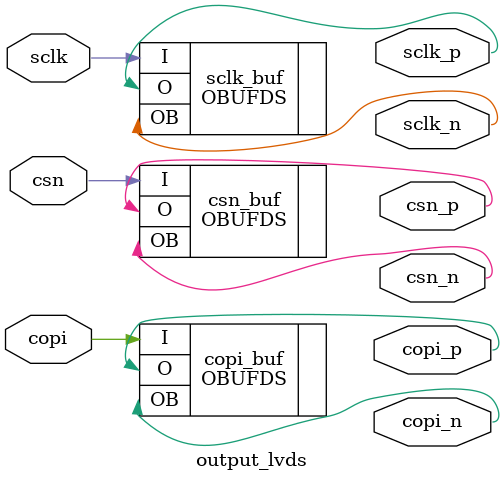
<source format=v>
module output_lvds(
    input wire csn,
    input wire sclk,
    input wire copi,
    output wire csn_p,
    output wire csn_n,
    output wire sclk_p,
    output wire sclk_n,
    output wire copi_p,
    output wire copi_n
);

    OBUFDS #(
        .IOSTANDARD("LVDS_25")
    ) csn_buf (
        .I(csn),
        .O(csn_p),
        .OB(csn_n)
    );

    OBUFDS #(
        .IOSTANDARD("LVDS_25")
    ) sclk_buf (
        .I(sclk),
        .O(sclk_p),
        .OB(sclk_n)
    );

    OBUFDS #(
        .IOSTANDARD("LVDS_25")
    ) copi_buf (
        .I(copi),
        .O(copi_p),
        .OB(copi_n)
    );

endmodule
</source>
